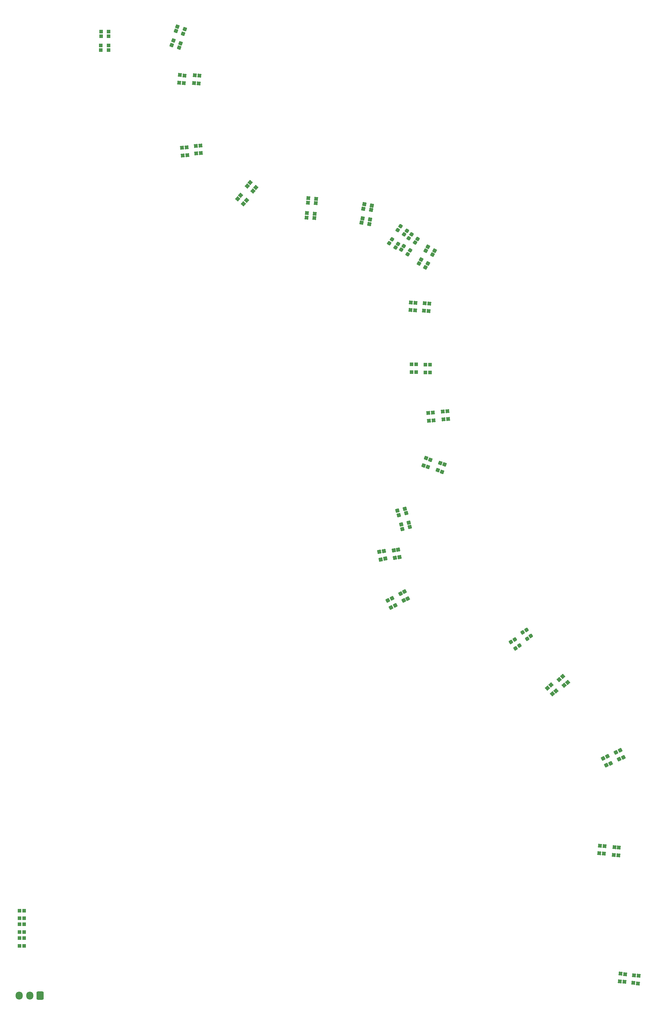
<source format=gbr>
%TF.GenerationSoftware,KiCad,Pcbnew,9.0.4*%
%TF.CreationDate,2025-08-24T11:51:45-07:00*%
%TF.ProjectId,production_red_line_new_silk,70726f64-7563-4746-996f-6e5f7265645f,rev?*%
%TF.SameCoordinates,Original*%
%TF.FileFunction,Soldermask,Top*%
%TF.FilePolarity,Negative*%
%FSLAX46Y46*%
G04 Gerber Fmt 4.6, Leading zero omitted, Abs format (unit mm)*
G04 Created by KiCad (PCBNEW 9.0.4) date 2025-08-24 11:51:45*
%MOMM*%
%LPD*%
G01*
G04 APERTURE LIST*
G04 Aperture macros list*
%AMRoundRect*
0 Rectangle with rounded corners*
0 $1 Rounding radius*
0 $2 $3 $4 $5 $6 $7 $8 $9 X,Y pos of 4 corners*
0 Add a 4 corners polygon primitive as box body*
4,1,4,$2,$3,$4,$5,$6,$7,$8,$9,$2,$3,0*
0 Add four circle primitives for the rounded corners*
1,1,$1+$1,$2,$3*
1,1,$1+$1,$4,$5*
1,1,$1+$1,$6,$7*
1,1,$1+$1,$8,$9*
0 Add four rect primitives between the rounded corners*
20,1,$1+$1,$2,$3,$4,$5,0*
20,1,$1+$1,$4,$5,$6,$7,0*
20,1,$1+$1,$6,$7,$8,$9,0*
20,1,$1+$1,$8,$9,$2,$3,0*%
G04 Aperture macros list end*
%ADD10RoundRect,0.102000X-0.379173X-0.318164X0.318164X-0.379173X0.379173X0.318164X-0.318164X0.379173X0*%
%ADD11RoundRect,0.102000X-0.448599X-0.209185X0.209185X-0.448599X0.448599X0.209185X-0.209185X0.448599X0*%
%ADD12RoundRect,0.102000X-0.318164X0.379173X-0.379173X-0.318164X0.318164X-0.379173X0.379173X0.318164X0*%
%ADD13RoundRect,0.102000X0.318164X-0.379173X0.379173X0.318164X-0.318164X0.379173X-0.379173X-0.318164X0*%
%ADD14RoundRect,0.102000X-0.487455X0.085951X-0.085951X-0.487455X0.487455X-0.085951X0.085951X0.487455X0*%
%ADD15RoundRect,0.102000X0.465124X-0.169291X0.169291X0.465124X-0.465124X0.169291X-0.169291X-0.465124X0*%
%ADD16RoundRect,0.102000X0.405460X-0.283906X0.283906X0.405460X-0.405460X0.283906X-0.283906X-0.405460X0*%
%ADD17RoundRect,0.102000X-0.350000X0.350000X-0.350000X-0.350000X0.350000X-0.350000X0.350000X0.350000X0*%
%ADD18RoundRect,0.102000X-0.493091X0.043140X-0.043140X-0.493091X0.493091X-0.043140X0.043140X0.493091X0*%
%ADD19RoundRect,0.102000X-0.379173X0.318164X-0.318164X-0.379173X0.379173X-0.318164X0.318164X0.379173X0*%
%ADD20RoundRect,0.102000X0.487455X0.085951X-0.085951X0.487455X-0.487455X-0.085951X0.085951X-0.487455X0*%
%ADD21RoundRect,0.102000X-0.465124X0.169291X-0.169291X-0.465124X0.465124X-0.169291X0.169291X0.465124X0*%
%ADD22RoundRect,0.102000X-0.350000X-0.350000X0.350000X-0.350000X0.350000X0.350000X-0.350000X0.350000X0*%
%ADD23RoundRect,0.102000X0.350000X0.350000X-0.350000X0.350000X-0.350000X-0.350000X0.350000X-0.350000X0*%
%ADD24RoundRect,0.102000X0.478109X0.128109X-0.128109X0.478109X-0.478109X-0.128109X0.128109X-0.478109X0*%
%ADD25RoundRect,0.102000X0.448599X0.209185X-0.209185X0.448599X-0.448599X-0.209185X0.209185X-0.448599X0*%
%ADD26RoundRect,0.102000X0.247487X0.428661X-0.428661X0.247487X-0.247487X-0.428661X0.428661X-0.247487X0*%
%ADD27RoundRect,0.102000X0.379173X-0.318164X0.318164X0.379173X-0.379173X0.318164X-0.318164X-0.379173X0*%
%ADD28RoundRect,0.102000X-0.247487X-0.428661X0.428661X-0.247487X0.247487X0.428661X-0.428661X0.247487X0*%
%ADD29RoundRect,0.102000X0.493091X-0.043140X0.043140X0.493091X-0.493091X0.043140X-0.043140X-0.493091X0*%
%ADD30RoundRect,0.102000X-0.209185X0.448599X-0.448599X-0.209185X0.209185X-0.448599X0.448599X0.209185X0*%
%ADD31RoundRect,0.102000X-0.478109X-0.128109X0.128109X-0.478109X0.478109X0.128109X-0.128109X0.478109X0*%
%ADD32RoundRect,0.250000X0.600000X0.725000X-0.600000X0.725000X-0.600000X-0.725000X0.600000X-0.725000X0*%
%ADD33O,1.700000X1.950000*%
%ADD34RoundRect,0.102000X0.379173X0.318164X-0.318164X0.379173X-0.379173X-0.318164X0.318164X-0.379173X0*%
%ADD35RoundRect,0.102000X-0.493091X-0.043140X0.043140X-0.493091X0.493091X0.043140X-0.043140X0.493091X0*%
%ADD36RoundRect,0.102000X-0.405460X0.283906X-0.283906X-0.405460X0.405460X-0.283906X0.283906X0.405460X0*%
%ADD37RoundRect,0.102000X0.493091X0.043140X-0.043140X0.493091X-0.493091X-0.043140X0.043140X-0.493091X0*%
%ADD38RoundRect,0.102000X-0.487455X-0.085951X0.085951X-0.487455X0.487455X0.085951X-0.085951X0.487455X0*%
%ADD39RoundRect,0.102000X0.487455X-0.085951X0.085951X0.487455X-0.487455X0.085951X-0.085951X-0.487455X0*%
%ADD40RoundRect,0.102000X0.350000X-0.350000X0.350000X0.350000X-0.350000X0.350000X-0.350000X-0.350000X0*%
%ADD41RoundRect,0.102000X0.405460X0.283906X-0.283906X0.405460X-0.405460X-0.283906X0.283906X-0.405460X0*%
%ADD42RoundRect,0.102000X0.209185X-0.448599X0.448599X0.209185X-0.209185X0.448599X-0.448599X-0.209185X0*%
%ADD43RoundRect,0.102000X-0.405460X-0.283906X0.283906X-0.405460X0.405460X0.283906X-0.283906X0.405460X0*%
G04 APERTURE END LIST*
D10*
%TO.C,U14*%
X-51097835Y143215704D03*
X-51001963Y144311519D03*
X-52824999Y144471014D03*
X-52920871Y143375199D03*
%TD*%
D11*
%TO.C,U46*%
X-82710947Y183672207D03*
X-82334725Y184705869D03*
X-84054363Y185331765D03*
X-84430585Y184298103D03*
%TD*%
D12*
%TO.C,U12*%
X20023901Y-12163890D03*
X21119716Y-12259762D03*
X21279211Y-10436726D03*
X20183396Y-10340854D03*
%TD*%
D13*
%TO.C,U45*%
X-27239552Y119473506D03*
X-28335367Y119569378D03*
X-28494862Y117746342D03*
X-27399047Y117650470D03*
%TD*%
D14*
%TO.C,U15*%
X-627832Y39395866D03*
X273235Y40026800D03*
X-776410Y41525848D03*
X-1677477Y40894914D03*
%TD*%
D13*
%TO.C,U35*%
X17843220Y-10058907D03*
X16747405Y-9963035D03*
X16587910Y-11786071D03*
X17683725Y-11881943D03*
%TD*%
D15*
%TO.C,U43*%
X18516809Y11324541D03*
X17519870Y10859661D03*
X18293261Y9201117D03*
X19290200Y9665997D03*
%TD*%
D16*
%TO.C,U9*%
X-34793805Y60284322D03*
X-35877093Y60093309D03*
X-35559317Y58291110D03*
X-34476029Y58482123D03*
%TD*%
D17*
%TO.C,U34*%
X-24873507Y102906698D03*
X-23773507Y102906698D03*
X-23773507Y104736698D03*
X-24873507Y104736698D03*
%TD*%
D18*
%TO.C,U8*%
X8167650Y28265543D03*
X9010299Y28972610D03*
X7833998Y30374471D03*
X6991349Y29667404D03*
%TD*%
D19*
%TO.C,U27*%
X-79557376Y155073542D03*
X-78461561Y155169414D03*
X-78621056Y156992450D03*
X-79716871Y156896578D03*
%TD*%
D20*
%TO.C,U25*%
X-30041944Y133032190D03*
X-30672878Y132131123D03*
X-29173830Y131081478D03*
X-28542896Y131982545D03*
%TD*%
D21*
%TO.C,U5*%
X21314655Y10635318D03*
X22311594Y11100198D03*
X21538203Y12758742D03*
X20541264Y12293862D03*
%TD*%
D22*
%TO.C,U41*%
X-100484492Y183066086D03*
X-100484492Y184166086D03*
X-102314492Y184166086D03*
X-102314492Y183066086D03*
%TD*%
D23*
%TO.C,U33*%
X-102342437Y180868606D03*
X-102342437Y179768606D03*
X-100512437Y179768606D03*
X-100512437Y180868606D03*
%TD*%
D24*
%TO.C,U37*%
X-25904838Y129775252D03*
X-26454838Y128822624D03*
X-24870012Y127907624D03*
X-24320012Y128860252D03*
%TD*%
D12*
%TO.C,U22*%
X24703234Y-42702616D03*
X25799049Y-42798488D03*
X25958544Y-40975452D03*
X24862729Y-40879580D03*
%TD*%
D25*
%TO.C,U26*%
X-85047434Y182006047D03*
X-85423656Y180972385D03*
X-83704018Y180346489D03*
X-83327796Y181380151D03*
%TD*%
D26*
%TO.C,U39*%
X-30686023Y66591684D03*
X-30401322Y65529165D03*
X-28633677Y66002804D03*
X-28918378Y67065323D03*
%TD*%
D12*
%TO.C,U28*%
X-25222637Y117597605D03*
X-24126822Y117501733D03*
X-23967327Y119324769D03*
X-25063142Y119420641D03*
%TD*%
D21*
%TO.C,U21*%
X-30097975Y48483614D03*
X-29101036Y48948494D03*
X-29874427Y50607038D03*
X-30871366Y50142158D03*
%TD*%
D27*
%TO.C,U32*%
X-23127645Y93301576D03*
X-24223460Y93205704D03*
X-24063965Y91382668D03*
X-22968150Y91478540D03*
%TD*%
D28*
%TO.C,U16*%
X-29504530Y69312044D03*
X-29789231Y70374563D03*
X-31556876Y69900924D03*
X-31272175Y68838405D03*
%TD*%
D29*
%TO.C,U44*%
X5098467Y28333549D03*
X4255818Y27626482D03*
X5432119Y26224621D03*
X6274768Y26931688D03*
%TD*%
D30*
%TO.C,U47*%
X-21964222Y79570786D03*
X-20930560Y79194564D03*
X-20304664Y80914202D03*
X-21338326Y81290424D03*
%TD*%
D13*
%TO.C,U18*%
X-82425537Y173689453D03*
X-83521352Y173785325D03*
X-83680847Y171962289D03*
X-82585032Y171866417D03*
%TD*%
D31*
%TO.C,U20*%
X-23233879Y130955986D03*
X-22683879Y131908614D03*
X-24268705Y132823614D03*
X-24818705Y131870986D03*
%TD*%
D32*
%TO.C,J4*%
X-116840000Y-45702563D03*
D33*
X-119340000Y-45702563D03*
X-121840000Y-45702563D03*
%TD*%
D13*
%TO.C,U30*%
X22722540Y-40605866D03*
X21626725Y-40509994D03*
X21467230Y-42333030D03*
X22563045Y-42428902D03*
%TD*%
D34*
%TO.C,U6*%
X-53144783Y140915605D03*
X-53240655Y139819790D03*
X-51417619Y139660295D03*
X-51321747Y140756110D03*
%TD*%
D19*
%TO.C,U42*%
X-20553623Y91713665D03*
X-19457808Y91809537D03*
X-19617303Y93632573D03*
X-20713118Y93536701D03*
%TD*%
D17*
%TO.C,U23*%
X-121777170Y-30565697D03*
X-120677170Y-30565697D03*
X-120677170Y-28735697D03*
X-121777170Y-28735697D03*
%TD*%
D27*
%TO.C,U10*%
X-81890620Y156532667D03*
X-82986435Y156436795D03*
X-82826940Y154613759D03*
X-81731125Y154709631D03*
%TD*%
D35*
%TO.C,U19*%
X-66042719Y146151469D03*
X-65335652Y146994118D03*
X-66737513Y148170419D03*
X-67444580Y147327770D03*
%TD*%
D36*
%TO.C,U29*%
X-32153755Y58656293D03*
X-31070467Y58847306D03*
X-31388243Y60649505D03*
X-32471531Y60458492D03*
%TD*%
D37*
%TO.C,U3*%
X-69003700Y145142725D03*
X-69710767Y144300076D03*
X-68308906Y143123775D03*
X-67601839Y143966424D03*
%TD*%
D20*
%TO.C,U17*%
X-32889902Y134599131D03*
X-33520836Y133698064D03*
X-32021788Y132648419D03*
X-31390854Y133549486D03*
%TD*%
D38*
%TO.C,U11*%
X-27375112Y133842301D03*
X-26744178Y134743368D03*
X-28243226Y135793013D03*
X-28874160Y134891946D03*
%TD*%
D39*
%TO.C,U36*%
X-3558493Y39236425D03*
X-4459560Y38605491D03*
X-3409915Y37106443D03*
X-2508848Y37737377D03*
%TD*%
D38*
%TO.C,U4*%
X-29972086Y135785717D03*
X-29341152Y136686784D03*
X-30840200Y137736429D03*
X-31471134Y136835362D03*
%TD*%
D40*
%TO.C,U40*%
X-27144890Y104786277D03*
X-28244890Y104786277D03*
X-28244890Y102956277D03*
X-27144890Y102956277D03*
%TD*%
D17*
%TO.C,U48*%
X-121770134Y-33837386D03*
X-120670134Y-33837386D03*
X-120670134Y-32007386D03*
X-121770134Y-32007386D03*
%TD*%
D15*
%TO.C,U2*%
X-32903356Y48981021D03*
X-33900295Y48516141D03*
X-33126904Y46857597D03*
X-32129965Y47322477D03*
%TD*%
D41*
%TO.C,U13*%
X-39913043Y139645551D03*
X-40104056Y138562263D03*
X-38301857Y138244487D03*
X-38110844Y139327775D03*
%TD*%
D42*
%TO.C,U24*%
X-23688664Y82052358D03*
X-24722326Y82428580D03*
X-25348222Y80708942D03*
X-24314560Y80332720D03*
%TD*%
D12*
%TO.C,U38*%
X-80108563Y171897373D03*
X-79012748Y171801501D03*
X-78853253Y173624537D03*
X-79949068Y173720409D03*
%TD*%
D17*
%TO.C,U31*%
X-121762887Y-27296680D03*
X-120662887Y-27296680D03*
X-120662887Y-25466680D03*
X-121762887Y-25466680D03*
%TD*%
D43*
%TO.C,U7*%
X-37894362Y141622180D03*
X-37703349Y142705468D03*
X-39505548Y143023244D03*
X-39696561Y141939956D03*
%TD*%
M02*

</source>
